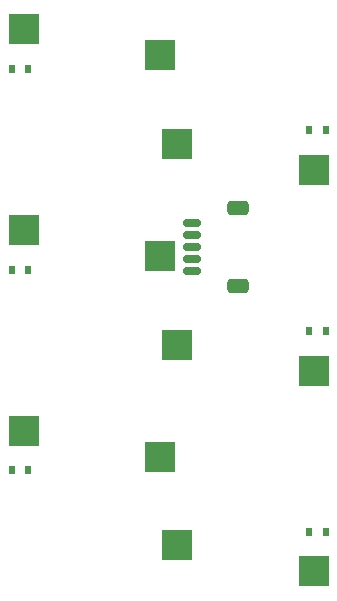
<source format=gbr>
%TF.GenerationSoftware,KiCad,Pcbnew,7.0.6-0*%
%TF.CreationDate,2023-08-01T13:24:21+08:00*%
%TF.ProjectId,thumb,7468756d-622e-46b6-9963-61645f706362,v1.0.0*%
%TF.SameCoordinates,Original*%
%TF.FileFunction,Paste,Bot*%
%TF.FilePolarity,Positive*%
%FSLAX46Y46*%
G04 Gerber Fmt 4.6, Leading zero omitted, Abs format (unit mm)*
G04 Created by KiCad (PCBNEW 7.0.6-0) date 2023-08-01 13:24:21*
%MOMM*%
%LPD*%
G01*
G04 APERTURE LIST*
G04 Aperture macros list*
%AMRoundRect*
0 Rectangle with rounded corners*
0 $1 Rounding radius*
0 $2 $3 $4 $5 $6 $7 $8 $9 X,Y pos of 4 corners*
0 Add a 4 corners polygon primitive as box body*
4,1,4,$2,$3,$4,$5,$6,$7,$8,$9,$2,$3,0*
0 Add four circle primitives for the rounded corners*
1,1,$1+$1,$2,$3*
1,1,$1+$1,$4,$5*
1,1,$1+$1,$6,$7*
1,1,$1+$1,$8,$9*
0 Add four rect primitives between the rounded corners*
20,1,$1+$1,$2,$3,$4,$5,0*
20,1,$1+$1,$4,$5,$6,$7,0*
20,1,$1+$1,$6,$7,$8,$9,0*
20,1,$1+$1,$8,$9,$2,$3,0*%
G04 Aperture macros list end*
%ADD10RoundRect,0.150000X-0.625000X0.150000X-0.625000X-0.150000X0.625000X-0.150000X0.625000X0.150000X0*%
%ADD11RoundRect,0.250000X-0.650000X0.350000X-0.650000X-0.350000X0.650000X-0.350000X0.650000X0.350000X0*%
%ADD12R,2.600000X2.600000*%
%ADD13R,0.600000X0.700000*%
G04 APERTURE END LIST*
D10*
%TO.C,JC1*%
X11000000Y19500000D03*
X11000000Y20500000D03*
X11000000Y21500000D03*
X11000000Y22500000D03*
X11000000Y23500000D03*
D11*
X14875000Y24800000D03*
X14875000Y18200000D03*
%TD*%
D12*
%TO.C,S1*%
X21275000Y28050000D03*
X9725000Y30250000D03*
%TD*%
D13*
%TO.C,D1*%
X20900000Y31400000D03*
X22300000Y31400000D03*
%TD*%
D12*
%TO.C,S2*%
X21275000Y11050000D03*
X9725000Y13250000D03*
%TD*%
D13*
%TO.C,D2*%
X20900000Y14400000D03*
X22300000Y14400000D03*
%TD*%
D12*
%TO.C,S3*%
X21275000Y-5950000D03*
X9725000Y-3750000D03*
%TD*%
D13*
%TO.C,D3*%
X20900000Y-2600000D03*
X22300000Y-2600000D03*
%TD*%
D12*
%TO.C,S4*%
X-3275000Y39950000D03*
X8275000Y37750000D03*
%TD*%
D13*
%TO.C,D4*%
X-2900000Y36600000D03*
X-4300000Y36600000D03*
%TD*%
D12*
%TO.C,S5*%
X-3275000Y22950000D03*
X8275000Y20750000D03*
%TD*%
D13*
%TO.C,D5*%
X-2900000Y19600000D03*
X-4300000Y19600000D03*
%TD*%
D12*
%TO.C,S6*%
X-3275000Y5950000D03*
X8275000Y3750000D03*
%TD*%
D13*
%TO.C,D6*%
X-2900000Y2600000D03*
X-4300000Y2600000D03*
%TD*%
M02*

</source>
